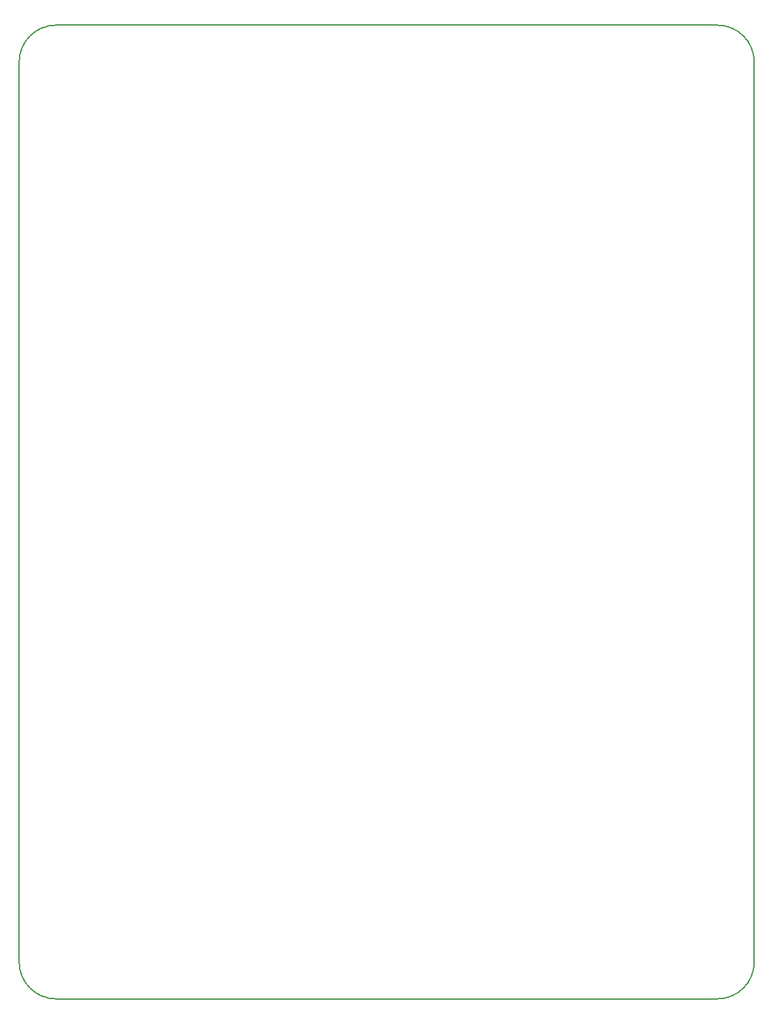
<source format=gbr>
%TF.GenerationSoftware,KiCad,Pcbnew,6.0.1-79c1e3a40b~116~ubuntu21.10.1*%
%TF.CreationDate,2022-03-13T19:18:57-06:00*%
%TF.ProjectId,Macropad,4d616372-6f70-4616-942e-6b696361645f,rev?*%
%TF.SameCoordinates,Original*%
%TF.FileFunction,Profile,NP*%
%FSLAX46Y46*%
G04 Gerber Fmt 4.6, Leading zero omitted, Abs format (unit mm)*
G04 Created by KiCad (PCBNEW 6.0.1-79c1e3a40b~116~ubuntu21.10.1) date 2022-03-13 19:18:57*
%MOMM*%
%LPD*%
G01*
G04 APERTURE LIST*
%TA.AperFunction,Profile*%
%ADD10C,0.200000*%
%TD*%
G04 APERTURE END LIST*
D10*
X76950000Y-31400000D02*
X162450000Y-31400000D01*
X167200000Y-36150000D02*
G75*
G03*
X162450000Y-31400000I-4750001J-1D01*
G01*
X76950000Y-157150000D02*
X162450000Y-157150000D01*
X72200000Y-152400000D02*
G75*
G03*
X76950000Y-157150000I4750001J1D01*
G01*
X167200000Y-152400000D02*
X167200000Y-36150000D01*
X162450000Y-157150000D02*
G75*
G03*
X167200000Y-152400000I-1J4750001D01*
G01*
X72200000Y-36150000D02*
X72200000Y-152400000D01*
X76950000Y-31400000D02*
G75*
G03*
X72200000Y-36150000I0J-4750000D01*
G01*
M02*

</source>
